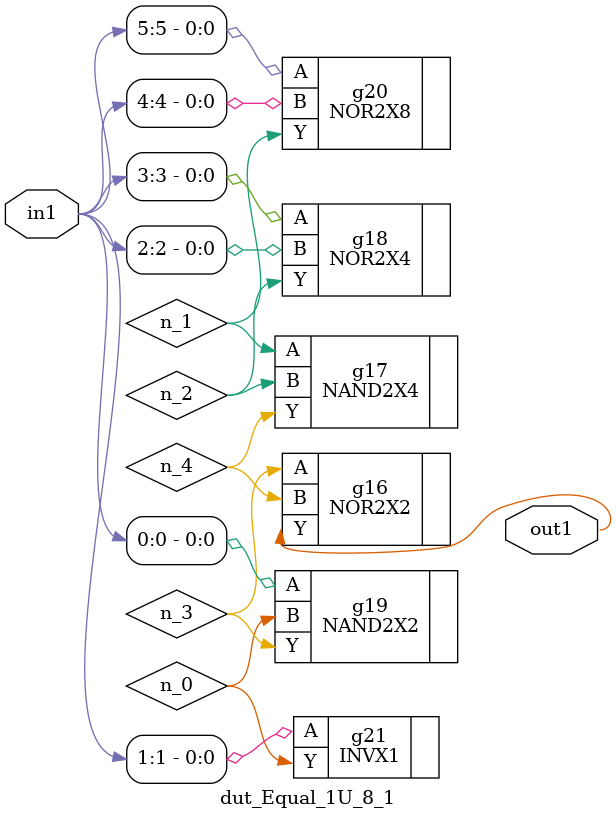
<source format=v>
`timescale 1ps / 1ps


module dut_Equal_1U_8_1(in1, out1);
  input [5:0] in1;
  output out1;
  wire [5:0] in1;
  wire out1;
  wire n_0, n_1, n_2, n_3, n_4;
  NOR2X2 g16(.A (n_3), .B (n_4), .Y (out1));
  NAND2X4 g17(.A (n_1), .B (n_2), .Y (n_4));
  NAND2X2 g19(.A (in1[0]), .B (n_0), .Y (n_3));
  NOR2X4 g18(.A (in1[3]), .B (in1[2]), .Y (n_2));
  NOR2X8 g20(.A (in1[5]), .B (in1[4]), .Y (n_1));
  INVX1 g21(.A (in1[1]), .Y (n_0));
endmodule



</source>
